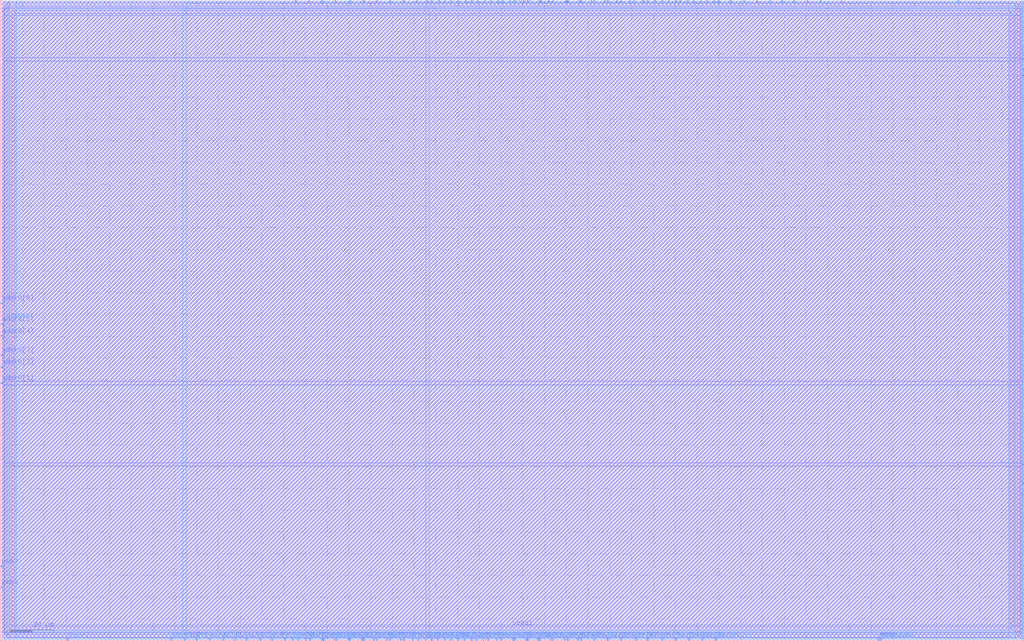
<source format=lef>
VERSION 5.4 ;
NAMESCASESENSITIVE ON ;
BUSBITCHARS "[]" ;
DIVIDERCHAR "/" ;
UNITS
  DATABASE MICRONS 2000 ;
END UNITS
MACRO sky130_sram_2rw_32x128_32
   CLASS BLOCK ;
   SIZE 470.26 BY 294.82 ;
   SYMMETRY X Y R90 ;
   PIN din0[0]
      DIRECTION INPUT ;
      PORT
         LAYER met4 ;
         RECT  84.32 0.0 84.7 1.06 ;
      END
   END din0[0]
   PIN din0[1]
      DIRECTION INPUT ;
      PORT
         LAYER met4 ;
         RECT  89.76 0.0 90.14 1.06 ;
      END
   END din0[1]
   PIN din0[2]
      DIRECTION INPUT ;
      PORT
         LAYER met4 ;
         RECT  95.88 0.0 96.26 1.06 ;
      END
   END din0[2]
   PIN din0[3]
      DIRECTION INPUT ;
      PORT
         LAYER met4 ;
         RECT  102.0 0.0 102.38 1.06 ;
      END
   END din0[3]
   PIN din0[4]
      DIRECTION INPUT ;
      PORT
         LAYER met4 ;
         RECT  107.44 0.0 107.82 1.06 ;
      END
   END din0[4]
   PIN din0[5]
      DIRECTION INPUT ;
      PORT
         LAYER met4 ;
         RECT  112.88 0.0 113.26 1.06 ;
      END
   END din0[5]
   PIN din0[6]
      DIRECTION INPUT ;
      PORT
         LAYER met4 ;
         RECT  119.0 0.0 119.38 1.06 ;
      END
   END din0[6]
   PIN din0[7]
      DIRECTION INPUT ;
      PORT
         LAYER met4 ;
         RECT  124.44 0.0 124.82 1.06 ;
      END
   END din0[7]
   PIN din0[8]
      DIRECTION INPUT ;
      PORT
         LAYER met4 ;
         RECT  130.56 0.0 130.94 1.06 ;
      END
   END din0[8]
   PIN din0[9]
      DIRECTION INPUT ;
      PORT
         LAYER met4 ;
         RECT  136.68 0.0 137.06 1.06 ;
      END
   END din0[9]
   PIN din0[10]
      DIRECTION INPUT ;
      PORT
         LAYER met4 ;
         RECT  142.12 0.0 142.5 1.06 ;
      END
   END din0[10]
   PIN din0[11]
      DIRECTION INPUT ;
      PORT
         LAYER met4 ;
         RECT  148.24 0.0 148.62 1.06 ;
      END
   END din0[11]
   PIN din0[12]
      DIRECTION INPUT ;
      PORT
         LAYER met4 ;
         RECT  153.68 0.0 154.06 1.06 ;
      END
   END din0[12]
   PIN din0[13]
      DIRECTION INPUT ;
      PORT
         LAYER met4 ;
         RECT  159.8 0.0 160.18 1.06 ;
      END
   END din0[13]
   PIN din0[14]
      DIRECTION INPUT ;
      PORT
         LAYER met4 ;
         RECT  165.92 0.0 166.3 1.06 ;
      END
   END din0[14]
   PIN din0[15]
      DIRECTION INPUT ;
      PORT
         LAYER met4 ;
         RECT  171.36 0.0 171.74 1.06 ;
      END
   END din0[15]
   PIN din0[16]
      DIRECTION INPUT ;
      PORT
         LAYER met4 ;
         RECT  177.48 0.0 177.86 1.06 ;
      END
   END din0[16]
   PIN din0[17]
      DIRECTION INPUT ;
      PORT
         LAYER met4 ;
         RECT  183.6 0.0 183.98 1.06 ;
      END
   END din0[17]
   PIN din0[18]
      DIRECTION INPUT ;
      PORT
         LAYER met4 ;
         RECT  189.04 0.0 189.42 1.06 ;
      END
   END din0[18]
   PIN din0[19]
      DIRECTION INPUT ;
      PORT
         LAYER met4 ;
         RECT  195.16 0.0 195.54 1.06 ;
      END
   END din0[19]
   PIN din0[20]
      DIRECTION INPUT ;
      PORT
         LAYER met4 ;
         RECT  200.6 0.0 200.98 1.06 ;
      END
   END din0[20]
   PIN din0[21]
      DIRECTION INPUT ;
      PORT
         LAYER met4 ;
         RECT  206.72 0.0 207.1 1.06 ;
      END
   END din0[21]
   PIN din0[22]
      DIRECTION INPUT ;
      PORT
         LAYER met4 ;
         RECT  212.84 0.0 213.22 1.06 ;
      END
   END din0[22]
   PIN din0[23]
      DIRECTION INPUT ;
      PORT
         LAYER met4 ;
         RECT  218.28 0.0 218.66 1.06 ;
      END
   END din0[23]
   PIN din0[24]
      DIRECTION INPUT ;
      PORT
         LAYER met4 ;
         RECT  223.72 0.0 224.1 1.06 ;
      END
   END din0[24]
   PIN din0[25]
      DIRECTION INPUT ;
      PORT
         LAYER met4 ;
         RECT  229.84 0.0 230.22 1.06 ;
      END
   END din0[25]
   PIN din0[26]
      DIRECTION INPUT ;
      PORT
         LAYER met4 ;
         RECT  235.96 0.0 236.34 1.06 ;
      END
   END din0[26]
   PIN din0[27]
      DIRECTION INPUT ;
      PORT
         LAYER met4 ;
         RECT  242.08 0.0 242.46 1.06 ;
      END
   END din0[27]
   PIN din0[28]
      DIRECTION INPUT ;
      PORT
         LAYER met4 ;
         RECT  247.52 0.0 247.9 1.06 ;
      END
   END din0[28]
   PIN din0[29]
      DIRECTION INPUT ;
      PORT
         LAYER met4 ;
         RECT  252.96 0.0 253.34 1.06 ;
      END
   END din0[29]
   PIN din0[30]
      DIRECTION INPUT ;
      PORT
         LAYER met4 ;
         RECT  259.08 0.0 259.46 1.06 ;
      END
   END din0[30]
   PIN din0[31]
      DIRECTION INPUT ;
      PORT
         LAYER met4 ;
         RECT  265.2 0.0 265.58 1.06 ;
      END
   END din0[31]
   PIN din1[0]
      DIRECTION INPUT ;
      PORT
         LAYER met4 ;
         RECT  195.84 293.76 196.22 294.82 ;
      END
   END din1[0]
   PIN din1[1]
      DIRECTION INPUT ;
      PORT
         LAYER met4 ;
         RECT  201.28 293.76 201.66 294.82 ;
      END
   END din1[1]
   PIN din1[2]
      DIRECTION INPUT ;
      PORT
         LAYER met4 ;
         RECT  206.72 293.76 207.1 294.82 ;
      END
   END din1[2]
   PIN din1[3]
      DIRECTION INPUT ;
      PORT
         LAYER met4 ;
         RECT  213.52 293.76 213.9 294.82 ;
      END
   END din1[3]
   PIN din1[4]
      DIRECTION INPUT ;
      PORT
         LAYER met4 ;
         RECT  218.96 293.76 219.34 294.82 ;
      END
   END din1[4]
   PIN din1[5]
      DIRECTION INPUT ;
      PORT
         LAYER met4 ;
         RECT  225.08 293.76 225.46 294.82 ;
      END
   END din1[5]
   PIN din1[6]
      DIRECTION INPUT ;
      PORT
         LAYER met4 ;
         RECT  230.52 293.76 230.9 294.82 ;
      END
   END din1[6]
   PIN din1[7]
      DIRECTION INPUT ;
      PORT
         LAYER met4 ;
         RECT  235.96 293.76 236.34 294.82 ;
      END
   END din1[7]
   PIN din1[8]
      DIRECTION INPUT ;
      PORT
         LAYER met4 ;
         RECT  242.08 293.76 242.46 294.82 ;
      END
   END din1[8]
   PIN din1[9]
      DIRECTION INPUT ;
      PORT
         LAYER met4 ;
         RECT  248.2 293.76 248.58 294.82 ;
      END
   END din1[9]
   PIN din1[10]
      DIRECTION INPUT ;
      PORT
         LAYER met4 ;
         RECT  253.64 293.76 254.02 294.82 ;
      END
   END din1[10]
   PIN din1[11]
      DIRECTION INPUT ;
      PORT
         LAYER met4 ;
         RECT  259.76 293.76 260.14 294.82 ;
      END
   END din1[11]
   PIN din1[12]
      DIRECTION INPUT ;
      PORT
         LAYER met4 ;
         RECT  265.88 293.76 266.26 294.82 ;
      END
   END din1[12]
   PIN din1[13]
      DIRECTION INPUT ;
      PORT
         LAYER met4 ;
         RECT  271.32 293.76 271.7 294.82 ;
      END
   END din1[13]
   PIN din1[14]
      DIRECTION INPUT ;
      PORT
         LAYER met4 ;
         RECT  277.44 293.76 277.82 294.82 ;
      END
   END din1[14]
   PIN din1[15]
      DIRECTION INPUT ;
      PORT
         LAYER met4 ;
         RECT  282.88 293.76 283.26 294.82 ;
      END
   END din1[15]
   PIN din1[16]
      DIRECTION INPUT ;
      PORT
         LAYER met4 ;
         RECT  289.0 293.76 289.38 294.82 ;
      END
   END din1[16]
   PIN din1[17]
      DIRECTION INPUT ;
      PORT
         LAYER met4 ;
         RECT  295.12 293.76 295.5 294.82 ;
      END
   END din1[17]
   PIN din1[18]
      DIRECTION INPUT ;
      PORT
         LAYER met4 ;
         RECT  300.56 293.76 300.94 294.82 ;
      END
   END din1[18]
   PIN din1[19]
      DIRECTION INPUT ;
      PORT
         LAYER met4 ;
         RECT  306.68 293.76 307.06 294.82 ;
      END
   END din1[19]
   PIN din1[20]
      DIRECTION INPUT ;
      PORT
         LAYER met4 ;
         RECT  312.12 293.76 312.5 294.82 ;
      END
   END din1[20]
   PIN din1[21]
      DIRECTION INPUT ;
      PORT
         LAYER met4 ;
         RECT  318.24 293.76 318.62 294.82 ;
      END
   END din1[21]
   PIN din1[22]
      DIRECTION INPUT ;
      PORT
         LAYER met4 ;
         RECT  324.36 293.76 324.74 294.82 ;
      END
   END din1[22]
   PIN din1[23]
      DIRECTION INPUT ;
      PORT
         LAYER met4 ;
         RECT  329.8 293.76 330.18 294.82 ;
      END
   END din1[23]
   PIN din1[24]
      DIRECTION INPUT ;
      PORT
         LAYER met4 ;
         RECT  335.24 293.76 335.62 294.82 ;
      END
   END din1[24]
   PIN din1[25]
      DIRECTION INPUT ;
      PORT
         LAYER met4 ;
         RECT  341.36 293.76 341.74 294.82 ;
      END
   END din1[25]
   PIN din1[26]
      DIRECTION INPUT ;
      PORT
         LAYER met4 ;
         RECT  347.48 293.76 347.86 294.82 ;
      END
   END din1[26]
   PIN din1[27]
      DIRECTION INPUT ;
      PORT
         LAYER met4 ;
         RECT  353.6 293.76 353.98 294.82 ;
      END
   END din1[27]
   PIN din1[28]
      DIRECTION INPUT ;
      PORT
         LAYER met4 ;
         RECT  359.04 293.76 359.42 294.82 ;
      END
   END din1[28]
   PIN din1[29]
      DIRECTION INPUT ;
      PORT
         LAYER met4 ;
         RECT  364.48 293.76 364.86 294.82 ;
      END
   END din1[29]
   PIN din1[30]
      DIRECTION INPUT ;
      PORT
         LAYER met4 ;
         RECT  370.6 293.76 370.98 294.82 ;
      END
   END din1[30]
   PIN din1[31]
      DIRECTION INPUT ;
      PORT
         LAYER met4 ;
         RECT  376.72 293.76 377.1 294.82 ;
      END
   END din1[31]
   PIN addr0[0]
      DIRECTION INPUT ;
      PORT
         LAYER met4 ;
         RECT  78.2 0.0 78.58 1.06 ;
      END
   END addr0[0]
   PIN addr0[1]
      DIRECTION INPUT ;
      PORT
         LAYER met3 ;
         RECT  0.0 118.32 1.06 118.7 ;
      END
   END addr0[1]
   PIN addr0[2]
      DIRECTION INPUT ;
      PORT
         LAYER met3 ;
         RECT  0.0 125.8 1.06 126.18 ;
      END
   END addr0[2]
   PIN addr0[3]
      DIRECTION INPUT ;
      PORT
         LAYER met3 ;
         RECT  0.0 131.24 1.06 131.62 ;
      END
   END addr0[3]
   PIN addr0[4]
      DIRECTION INPUT ;
      PORT
         LAYER met3 ;
         RECT  0.0 140.08 1.06 140.46 ;
      END
   END addr0[4]
   PIN addr0[5]
      DIRECTION INPUT ;
      PORT
         LAYER met3 ;
         RECT  0.0 145.52 1.06 145.9 ;
      END
   END addr0[5]
   PIN addr0[6]
      DIRECTION INPUT ;
      PORT
         LAYER met3 ;
         RECT  0.0 155.04 1.06 155.42 ;
      END
   END addr0[6]
   PIN addr1[0]
      DIRECTION INPUT ;
      PORT
         LAYER met4 ;
         RECT  386.24 293.76 386.62 294.82 ;
      END
   END addr1[0]
   PIN addr1[1]
      DIRECTION INPUT ;
      PORT
         LAYER met3 ;
         RECT  469.2 80.92 470.26 81.3 ;
      END
   END addr1[1]
   PIN addr1[2]
      DIRECTION INPUT ;
      PORT
         LAYER met3 ;
         RECT  469.2 72.08 470.26 72.46 ;
      END
   END addr1[2]
   PIN addr1[3]
      DIRECTION INPUT ;
      PORT
         LAYER met3 ;
         RECT  469.2 66.64 470.26 67.02 ;
      END
   END addr1[3]
   PIN addr1[4]
      DIRECTION INPUT ;
      PORT
         LAYER met4 ;
         RECT  404.6 0.0 404.98 1.06 ;
      END
   END addr1[4]
   PIN addr1[5]
      DIRECTION INPUT ;
      PORT
         LAYER met4 ;
         RECT  403.92 0.0 404.3 1.06 ;
      END
   END addr1[5]
   PIN addr1[6]
      DIRECTION INPUT ;
      PORT
         LAYER met4 ;
         RECT  403.24 0.0 403.62 1.06 ;
      END
   END addr1[6]
   PIN csb0
      DIRECTION INPUT ;
      PORT
         LAYER met3 ;
         RECT  0.0 24.48 1.06 24.86 ;
      END
   END csb0
   PIN csb1
      DIRECTION INPUT ;
      PORT
         LAYER met3 ;
         RECT  469.2 267.24 470.26 267.62 ;
      END
   END csb1
   PIN web0
      DIRECTION INPUT ;
      PORT
         LAYER met3 ;
         RECT  0.0 34.0 1.06 34.38 ;
      END
   END web0
   PIN web1
      DIRECTION INPUT ;
      PORT
         LAYER met3 ;
         RECT  469.2 259.76 470.26 260.14 ;
      END
   END web1
   PIN clk0
      DIRECTION INPUT ;
      PORT
         LAYER met4 ;
         RECT  30.6 0.0 30.98 1.06 ;
      END
   END clk0
   PIN clk1
      DIRECTION INPUT ;
      PORT
         LAYER met4 ;
         RECT  439.96 293.76 440.34 294.82 ;
      END
   END clk1
   PIN dout0[0]
      DIRECTION OUTPUT ;
      PORT
         LAYER met4 ;
         RECT  133.96 0.0 134.34 1.06 ;
      END
   END dout0[0]
   PIN dout0[1]
      DIRECTION OUTPUT ;
      PORT
         LAYER met4 ;
         RECT  140.08 0.0 140.46 1.06 ;
      END
   END dout0[1]
   PIN dout0[2]
      DIRECTION OUTPUT ;
      PORT
         LAYER met4 ;
         RECT  147.56 0.0 147.94 1.06 ;
      END
   END dout0[2]
   PIN dout0[3]
      DIRECTION OUTPUT ;
      PORT
         LAYER met4 ;
         RECT  154.36 0.0 154.74 1.06 ;
      END
   END dout0[3]
   PIN dout0[4]
      DIRECTION OUTPUT ;
      PORT
         LAYER met4 ;
         RECT  160.48 0.0 160.86 1.06 ;
      END
   END dout0[4]
   PIN dout0[5]
      DIRECTION OUTPUT ;
      PORT
         LAYER met4 ;
         RECT  166.6 0.0 166.98 1.06 ;
      END
   END dout0[5]
   PIN dout0[6]
      DIRECTION OUTPUT ;
      PORT
         LAYER met4 ;
         RECT  172.72 0.0 173.1 1.06 ;
      END
   END dout0[6]
   PIN dout0[7]
      DIRECTION OUTPUT ;
      PORT
         LAYER met4 ;
         RECT  178.84 0.0 179.22 1.06 ;
      END
   END dout0[7]
   PIN dout0[8]
      DIRECTION OUTPUT ;
      PORT
         LAYER met4 ;
         RECT  184.96 0.0 185.34 1.06 ;
      END
   END dout0[8]
   PIN dout0[9]
      DIRECTION OUTPUT ;
      PORT
         LAYER met4 ;
         RECT  191.76 0.0 192.14 1.06 ;
      END
   END dout0[9]
   PIN dout0[10]
      DIRECTION OUTPUT ;
      PORT
         LAYER met4 ;
         RECT  197.88 0.0 198.26 1.06 ;
      END
   END dout0[10]
   PIN dout0[11]
      DIRECTION OUTPUT ;
      PORT
         LAYER met4 ;
         RECT  204.0 0.0 204.38 1.06 ;
      END
   END dout0[11]
   PIN dout0[12]
      DIRECTION OUTPUT ;
      PORT
         LAYER met4 ;
         RECT  210.12 0.0 210.5 1.06 ;
      END
   END dout0[12]
   PIN dout0[13]
      DIRECTION OUTPUT ;
      PORT
         LAYER met4 ;
         RECT  216.24 0.0 216.62 1.06 ;
      END
   END dout0[13]
   PIN dout0[14]
      DIRECTION OUTPUT ;
      PORT
         LAYER met4 ;
         RECT  221.68 0.0 222.06 1.06 ;
      END
   END dout0[14]
   PIN dout0[15]
      DIRECTION OUTPUT ;
      PORT
         LAYER met4 ;
         RECT  227.8 0.0 228.18 1.06 ;
      END
   END dout0[15]
   PIN dout0[16]
      DIRECTION OUTPUT ;
      PORT
         LAYER met4 ;
         RECT  235.28 0.0 235.66 1.06 ;
      END
   END dout0[16]
   PIN dout0[17]
      DIRECTION OUTPUT ;
      PORT
         LAYER met4 ;
         RECT  241.4 0.0 241.78 1.06 ;
      END
   END dout0[17]
   PIN dout0[18]
      DIRECTION OUTPUT ;
      PORT
         LAYER met4 ;
         RECT  246.84 0.0 247.22 1.06 ;
      END
   END dout0[18]
   PIN dout0[19]
      DIRECTION OUTPUT ;
      PORT
         LAYER met4 ;
         RECT  253.64 0.0 254.02 1.06 ;
      END
   END dout0[19]
   PIN dout0[20]
      DIRECTION OUTPUT ;
      PORT
         LAYER met4 ;
         RECT  260.44 0.0 260.82 1.06 ;
      END
   END dout0[20]
   PIN dout0[21]
      DIRECTION OUTPUT ;
      PORT
         LAYER met4 ;
         RECT  266.56 0.0 266.94 1.06 ;
      END
   END dout0[21]
   PIN dout0[22]
      DIRECTION OUTPUT ;
      PORT
         LAYER met4 ;
         RECT  272.68 0.0 273.06 1.06 ;
      END
   END dout0[22]
   PIN dout0[23]
      DIRECTION OUTPUT ;
      PORT
         LAYER met4 ;
         RECT  278.8 0.0 279.18 1.06 ;
      END
   END dout0[23]
   PIN dout0[24]
      DIRECTION OUTPUT ;
      PORT
         LAYER met4 ;
         RECT  284.92 0.0 285.3 1.06 ;
      END
   END dout0[24]
   PIN dout0[25]
      DIRECTION OUTPUT ;
      PORT
         LAYER met4 ;
         RECT  291.72 0.0 292.1 1.06 ;
      END
   END dout0[25]
   PIN dout0[26]
      DIRECTION OUTPUT ;
      PORT
         LAYER met4 ;
         RECT  297.16 0.0 297.54 1.06 ;
      END
   END dout0[26]
   PIN dout0[27]
      DIRECTION OUTPUT ;
      PORT
         LAYER met4 ;
         RECT  303.96 0.0 304.34 1.06 ;
      END
   END dout0[27]
   PIN dout0[28]
      DIRECTION OUTPUT ;
      PORT
         LAYER met4 ;
         RECT  310.08 0.0 310.46 1.06 ;
      END
   END dout0[28]
   PIN dout0[29]
      DIRECTION OUTPUT ;
      PORT
         LAYER met4 ;
         RECT  316.2 0.0 316.58 1.06 ;
      END
   END dout0[29]
   PIN dout0[30]
      DIRECTION OUTPUT ;
      PORT
         LAYER met4 ;
         RECT  322.32 0.0 322.7 1.06 ;
      END
   END dout0[30]
   PIN dout0[31]
      DIRECTION OUTPUT ;
      PORT
         LAYER met4 ;
         RECT  328.44 0.0 328.82 1.06 ;
      END
   END dout0[31]
   PIN dout1[0]
      DIRECTION OUTPUT ;
      PORT
         LAYER met4 ;
         RECT  135.32 293.76 135.7 294.82 ;
      END
   END dout1[0]
   PIN dout1[1]
      DIRECTION OUTPUT ;
      PORT
         LAYER met4 ;
         RECT  141.44 293.76 141.82 294.82 ;
      END
   END dout1[1]
   PIN dout1[2]
      DIRECTION OUTPUT ;
      PORT
         LAYER met4 ;
         RECT  147.56 293.76 147.94 294.82 ;
      END
   END dout1[2]
   PIN dout1[3]
      DIRECTION OUTPUT ;
      PORT
         LAYER met4 ;
         RECT  153.68 293.76 154.06 294.82 ;
      END
   END dout1[3]
   PIN dout1[4]
      DIRECTION OUTPUT ;
      PORT
         LAYER met4 ;
         RECT  160.48 293.76 160.86 294.82 ;
      END
   END dout1[4]
   PIN dout1[5]
      DIRECTION OUTPUT ;
      PORT
         LAYER met4 ;
         RECT  166.6 293.76 166.98 294.82 ;
      END
   END dout1[5]
   PIN dout1[6]
      DIRECTION OUTPUT ;
      PORT
         LAYER met4 ;
         RECT  172.72 293.76 173.1 294.82 ;
      END
   END dout1[6]
   PIN dout1[7]
      DIRECTION OUTPUT ;
      PORT
         LAYER met4 ;
         RECT  178.84 293.76 179.22 294.82 ;
      END
   END dout1[7]
   PIN dout1[8]
      DIRECTION OUTPUT ;
      PORT
         LAYER met4 ;
         RECT  184.96 293.76 185.34 294.82 ;
      END
   END dout1[8]
   PIN dout1[9]
      DIRECTION OUTPUT ;
      PORT
         LAYER met4 ;
         RECT  191.08 293.76 191.46 294.82 ;
      END
   END dout1[9]
   PIN dout1[10]
      DIRECTION OUTPUT ;
      PORT
         LAYER met4 ;
         RECT  197.88 293.76 198.26 294.82 ;
      END
   END dout1[10]
   PIN dout1[11]
      DIRECTION OUTPUT ;
      PORT
         LAYER met4 ;
         RECT  204.0 293.76 204.38 294.82 ;
      END
   END dout1[11]
   PIN dout1[12]
      DIRECTION OUTPUT ;
      PORT
         LAYER met4 ;
         RECT  210.12 293.76 210.5 294.82 ;
      END
   END dout1[12]
   PIN dout1[13]
      DIRECTION OUTPUT ;
      PORT
         LAYER met4 ;
         RECT  216.24 293.76 216.62 294.82 ;
      END
   END dout1[13]
   PIN dout1[14]
      DIRECTION OUTPUT ;
      PORT
         LAYER met4 ;
         RECT  222.36 293.76 222.74 294.82 ;
      END
   END dout1[14]
   PIN dout1[15]
      DIRECTION OUTPUT ;
      PORT
         LAYER met4 ;
         RECT  228.48 293.76 228.86 294.82 ;
      END
   END dout1[15]
   PIN dout1[16]
      DIRECTION OUTPUT ;
      PORT
         LAYER met4 ;
         RECT  233.92 293.76 234.3 294.82 ;
      END
   END dout1[16]
   PIN dout1[17]
      DIRECTION OUTPUT ;
      PORT
         LAYER met4 ;
         RECT  240.04 293.76 240.42 294.82 ;
      END
   END dout1[17]
   PIN dout1[18]
      DIRECTION OUTPUT ;
      PORT
         LAYER met4 ;
         RECT  247.52 293.76 247.9 294.82 ;
      END
   END dout1[18]
   PIN dout1[19]
      DIRECTION OUTPUT ;
      PORT
         LAYER met4 ;
         RECT  251.6 293.76 251.98 294.82 ;
      END
   END dout1[19]
   PIN dout1[20]
      DIRECTION OUTPUT ;
      PORT
         LAYER met4 ;
         RECT  260.44 293.76 260.82 294.82 ;
      END
   END dout1[20]
   PIN dout1[21]
      DIRECTION OUTPUT ;
      PORT
         LAYER met4 ;
         RECT  266.56 293.76 266.94 294.82 ;
      END
   END dout1[21]
   PIN dout1[22]
      DIRECTION OUTPUT ;
      PORT
         LAYER met4 ;
         RECT  272.68 293.76 273.06 294.82 ;
      END
   END dout1[22]
   PIN dout1[23]
      DIRECTION OUTPUT ;
      PORT
         LAYER met4 ;
         RECT  278.8 293.76 279.18 294.82 ;
      END
   END dout1[23]
   PIN dout1[24]
      DIRECTION OUTPUT ;
      PORT
         LAYER met4 ;
         RECT  284.92 293.76 285.3 294.82 ;
      END
   END dout1[24]
   PIN dout1[25]
      DIRECTION OUTPUT ;
      PORT
         LAYER met4 ;
         RECT  291.04 293.76 291.42 294.82 ;
      END
   END dout1[25]
   PIN dout1[26]
      DIRECTION OUTPUT ;
      PORT
         LAYER met4 ;
         RECT  297.16 293.76 297.54 294.82 ;
      END
   END dout1[26]
   PIN dout1[27]
      DIRECTION OUTPUT ;
      PORT
         LAYER met4 ;
         RECT  303.96 293.76 304.34 294.82 ;
      END
   END dout1[27]
   PIN dout1[28]
      DIRECTION OUTPUT ;
      PORT
         LAYER met4 ;
         RECT  310.08 293.76 310.46 294.82 ;
      END
   END dout1[28]
   PIN dout1[29]
      DIRECTION OUTPUT ;
      PORT
         LAYER met4 ;
         RECT  315.52 293.76 315.9 294.82 ;
      END
   END dout1[29]
   PIN dout1[30]
      DIRECTION OUTPUT ;
      PORT
         LAYER met4 ;
         RECT  321.64 293.76 322.02 294.82 ;
      END
   END dout1[30]
   PIN dout1[31]
      DIRECTION OUTPUT ;
      PORT
         LAYER met4 ;
         RECT  327.76 293.76 328.14 294.82 ;
      END
   END dout1[31]
   PIN vccd1
      DIRECTION INOUT ;
      USE POWER ; 
      SHAPE ABUTMENT ; 
      PORT
         LAYER met4 ;
         RECT  463.76 4.76 465.5 290.06 ;
         LAYER met3 ;
         RECT  4.76 288.32 465.5 290.06 ;
         LAYER met3 ;
         RECT  4.76 4.76 465.5 6.5 ;
         LAYER met4 ;
         RECT  4.76 4.76 6.5 290.06 ;
      END
   END vccd1
   PIN vssd1
      DIRECTION INOUT ;
      USE GROUND ; 
      SHAPE ABUTMENT ; 
      PORT
         LAYER met4 ;
         RECT  467.16 1.36 468.9 293.46 ;
         LAYER met3 ;
         RECT  1.36 1.36 468.9 3.1 ;
         LAYER met3 ;
         RECT  1.36 291.72 468.9 293.46 ;
         LAYER met4 ;
         RECT  1.36 1.36 3.1 293.46 ;
      END
   END vssd1
   OBS
   LAYER  met1 ;
      RECT  0.62 0.62 469.64 294.2 ;
   LAYER  met2 ;
      RECT  0.62 0.62 469.64 294.2 ;
   LAYER  met3 ;
      RECT  1.66 117.72 469.64 119.3 ;
      RECT  0.62 119.3 1.66 125.2 ;
      RECT  0.62 126.78 1.66 130.64 ;
      RECT  0.62 132.22 1.66 139.48 ;
      RECT  0.62 141.06 1.66 144.92 ;
      RECT  0.62 146.5 1.66 154.44 ;
      RECT  1.66 80.32 468.6 81.9 ;
      RECT  1.66 81.9 468.6 117.72 ;
      RECT  468.6 81.9 469.64 117.72 ;
      RECT  468.6 73.06 469.64 80.32 ;
      RECT  468.6 67.62 469.64 71.48 ;
      RECT  1.66 119.3 468.6 266.64 ;
      RECT  1.66 266.64 468.6 268.22 ;
      RECT  0.62 25.46 1.66 33.4 ;
      RECT  0.62 34.98 1.66 117.72 ;
      RECT  468.6 119.3 469.64 259.16 ;
      RECT  468.6 260.74 469.64 266.64 ;
      RECT  1.66 268.22 4.16 287.72 ;
      RECT  1.66 287.72 4.16 290.66 ;
      RECT  4.16 268.22 466.1 287.72 ;
      RECT  466.1 268.22 468.6 287.72 ;
      RECT  466.1 287.72 468.6 290.66 ;
      RECT  1.66 4.16 4.16 7.1 ;
      RECT  1.66 7.1 4.16 80.32 ;
      RECT  4.16 7.1 466.1 80.32 ;
      RECT  466.1 4.16 468.6 7.1 ;
      RECT  466.1 7.1 468.6 80.32 ;
      RECT  468.6 0.62 469.5 0.76 ;
      RECT  468.6 3.7 469.5 66.04 ;
      RECT  469.5 0.62 469.64 0.76 ;
      RECT  469.5 0.76 469.64 3.7 ;
      RECT  469.5 3.7 469.64 66.04 ;
      RECT  0.62 0.62 0.76 0.76 ;
      RECT  0.62 0.76 0.76 3.7 ;
      RECT  0.62 3.7 0.76 23.88 ;
      RECT  0.76 0.62 1.66 0.76 ;
      RECT  0.76 3.7 1.66 23.88 ;
      RECT  1.66 0.62 4.16 0.76 ;
      RECT  1.66 3.7 4.16 4.16 ;
      RECT  4.16 0.62 466.1 0.76 ;
      RECT  4.16 3.7 466.1 4.16 ;
      RECT  466.1 0.62 468.6 0.76 ;
      RECT  466.1 3.7 468.6 4.16 ;
      RECT  0.62 156.02 0.76 291.12 ;
      RECT  0.62 291.12 0.76 294.06 ;
      RECT  0.62 294.06 0.76 294.2 ;
      RECT  0.76 156.02 1.66 291.12 ;
      RECT  0.76 294.06 1.66 294.2 ;
      RECT  468.6 268.22 469.5 291.12 ;
      RECT  468.6 294.06 469.5 294.2 ;
      RECT  469.5 268.22 469.64 291.12 ;
      RECT  469.5 291.12 469.64 294.06 ;
      RECT  469.5 294.06 469.64 294.2 ;
      RECT  1.66 290.66 4.16 291.12 ;
      RECT  1.66 294.06 4.16 294.2 ;
      RECT  4.16 290.66 466.1 291.12 ;
      RECT  4.16 294.06 466.1 294.2 ;
      RECT  466.1 290.66 468.6 291.12 ;
      RECT  466.1 294.06 468.6 294.2 ;
   LAYER  met4 ;
      RECT  83.72 1.66 85.3 294.2 ;
      RECT  85.3 0.62 89.16 1.66 ;
      RECT  90.74 0.62 95.28 1.66 ;
      RECT  96.86 0.62 101.4 1.66 ;
      RECT  102.98 0.62 106.84 1.66 ;
      RECT  108.42 0.62 112.28 1.66 ;
      RECT  113.86 0.62 118.4 1.66 ;
      RECT  119.98 0.62 123.84 1.66 ;
      RECT  125.42 0.62 129.96 1.66 ;
      RECT  149.22 0.62 153.08 1.66 ;
      RECT  248.5 0.62 252.36 1.66 ;
      RECT  85.3 1.66 195.24 293.16 ;
      RECT  195.24 1.66 196.82 293.16 ;
      RECT  254.62 293.16 259.16 294.2 ;
      RECT  330.78 293.16 334.64 294.2 ;
      RECT  336.22 293.16 340.76 294.2 ;
      RECT  342.34 293.16 346.88 294.2 ;
      RECT  348.46 293.16 353.0 294.2 ;
      RECT  354.58 293.16 358.44 294.2 ;
      RECT  360.02 293.16 363.88 294.2 ;
      RECT  365.46 293.16 370.0 294.2 ;
      RECT  371.58 293.16 376.12 294.2 ;
      RECT  79.18 0.62 83.72 1.66 ;
      RECT  377.7 293.16 385.64 294.2 ;
      RECT  31.58 0.62 77.6 1.66 ;
      RECT  387.22 293.16 439.36 294.2 ;
      RECT  131.54 0.62 133.36 1.66 ;
      RECT  134.94 0.62 136.08 1.66 ;
      RECT  137.66 0.62 139.48 1.66 ;
      RECT  141.06 0.62 141.52 1.66 ;
      RECT  143.1 0.62 146.96 1.66 ;
      RECT  155.34 0.62 159.2 1.66 ;
      RECT  161.46 0.62 165.32 1.66 ;
      RECT  167.58 0.62 170.76 1.66 ;
      RECT  173.7 0.62 176.88 1.66 ;
      RECT  179.82 0.62 183.0 1.66 ;
      RECT  185.94 0.62 188.44 1.66 ;
      RECT  190.02 0.62 191.16 1.66 ;
      RECT  192.74 0.62 194.56 1.66 ;
      RECT  196.14 0.62 197.28 1.66 ;
      RECT  198.86 0.62 200.0 1.66 ;
      RECT  201.58 0.62 203.4 1.66 ;
      RECT  204.98 0.62 206.12 1.66 ;
      RECT  207.7 0.62 209.52 1.66 ;
      RECT  211.1 0.62 212.24 1.66 ;
      RECT  213.82 0.62 215.64 1.66 ;
      RECT  217.22 0.62 217.68 1.66 ;
      RECT  219.26 0.62 221.08 1.66 ;
      RECT  222.66 0.62 223.12 1.66 ;
      RECT  224.7 0.62 227.2 1.66 ;
      RECT  228.78 0.62 229.24 1.66 ;
      RECT  230.82 0.62 234.68 1.66 ;
      RECT  236.94 0.62 240.8 1.66 ;
      RECT  243.06 0.62 246.24 1.66 ;
      RECT  254.62 0.62 258.48 1.66 ;
      RECT  261.42 0.62 264.6 1.66 ;
      RECT  267.54 0.62 272.08 1.66 ;
      RECT  273.66 0.62 278.2 1.66 ;
      RECT  279.78 0.62 284.32 1.66 ;
      RECT  285.9 0.62 291.12 1.66 ;
      RECT  292.7 0.62 296.56 1.66 ;
      RECT  298.14 0.62 303.36 1.66 ;
      RECT  304.94 0.62 309.48 1.66 ;
      RECT  311.06 0.62 315.6 1.66 ;
      RECT  317.18 0.62 321.72 1.66 ;
      RECT  323.3 0.62 327.84 1.66 ;
      RECT  329.42 0.62 402.64 1.66 ;
      RECT  85.3 293.16 134.72 294.2 ;
      RECT  136.3 293.16 140.84 294.2 ;
      RECT  142.42 293.16 146.96 294.2 ;
      RECT  148.54 293.16 153.08 294.2 ;
      RECT  154.66 293.16 159.88 294.2 ;
      RECT  161.46 293.16 166.0 294.2 ;
      RECT  167.58 293.16 172.12 294.2 ;
      RECT  173.7 293.16 178.24 294.2 ;
      RECT  179.82 293.16 184.36 294.2 ;
      RECT  185.94 293.16 190.48 294.2 ;
      RECT  192.06 293.16 195.24 294.2 ;
      RECT  196.82 293.16 197.28 294.2 ;
      RECT  198.86 293.16 200.68 294.2 ;
      RECT  202.26 293.16 203.4 294.2 ;
      RECT  204.98 293.16 206.12 294.2 ;
      RECT  207.7 293.16 209.52 294.2 ;
      RECT  211.1 293.16 212.92 294.2 ;
      RECT  214.5 293.16 215.64 294.2 ;
      RECT  217.22 293.16 218.36 294.2 ;
      RECT  219.94 293.16 221.76 294.2 ;
      RECT  223.34 293.16 224.48 294.2 ;
      RECT  226.06 293.16 227.88 294.2 ;
      RECT  229.46 293.16 229.92 294.2 ;
      RECT  231.5 293.16 233.32 294.2 ;
      RECT  234.9 293.16 235.36 294.2 ;
      RECT  236.94 293.16 239.44 294.2 ;
      RECT  241.02 293.16 241.48 294.2 ;
      RECT  243.06 293.16 246.92 294.2 ;
      RECT  249.18 293.16 251.0 294.2 ;
      RECT  252.58 293.16 253.04 294.2 ;
      RECT  261.42 293.16 265.28 294.2 ;
      RECT  267.54 293.16 270.72 294.2 ;
      RECT  273.66 293.16 276.84 294.2 ;
      RECT  279.78 293.16 282.28 294.2 ;
      RECT  283.86 293.16 284.32 294.2 ;
      RECT  285.9 293.16 288.4 294.2 ;
      RECT  289.98 293.16 290.44 294.2 ;
      RECT  292.02 293.16 294.52 294.2 ;
      RECT  296.1 293.16 296.56 294.2 ;
      RECT  298.14 293.16 299.96 294.2 ;
      RECT  301.54 293.16 303.36 294.2 ;
      RECT  304.94 293.16 306.08 294.2 ;
      RECT  307.66 293.16 309.48 294.2 ;
      RECT  311.06 293.16 311.52 294.2 ;
      RECT  313.1 293.16 314.92 294.2 ;
      RECT  316.5 293.16 317.64 294.2 ;
      RECT  319.22 293.16 321.04 294.2 ;
      RECT  322.62 293.16 323.76 294.2 ;
      RECT  325.34 293.16 327.16 294.2 ;
      RECT  328.74 293.16 329.2 294.2 ;
      RECT  196.82 1.66 463.16 4.16 ;
      RECT  196.82 4.16 463.16 290.66 ;
      RECT  196.82 290.66 463.16 293.16 ;
      RECT  463.16 1.66 466.1 4.16 ;
      RECT  463.16 290.66 466.1 293.16 ;
      RECT  4.16 1.66 7.1 4.16 ;
      RECT  4.16 290.66 7.1 294.2 ;
      RECT  7.1 1.66 83.72 4.16 ;
      RECT  7.1 4.16 83.72 290.66 ;
      RECT  7.1 290.66 83.72 294.2 ;
      RECT  405.58 0.62 466.56 0.76 ;
      RECT  405.58 0.76 466.56 1.66 ;
      RECT  466.56 0.62 469.5 0.76 ;
      RECT  469.5 0.62 469.64 0.76 ;
      RECT  469.5 0.76 469.64 1.66 ;
      RECT  440.94 293.16 466.56 294.06 ;
      RECT  440.94 294.06 466.56 294.2 ;
      RECT  466.56 294.06 469.5 294.2 ;
      RECT  469.5 293.16 469.64 294.06 ;
      RECT  469.5 294.06 469.64 294.2 ;
      RECT  466.1 1.66 466.56 4.16 ;
      RECT  469.5 1.66 469.64 4.16 ;
      RECT  466.1 4.16 466.56 290.66 ;
      RECT  469.5 4.16 469.64 290.66 ;
      RECT  466.1 290.66 466.56 293.16 ;
      RECT  469.5 290.66 469.64 293.16 ;
      RECT  0.62 0.62 0.76 0.76 ;
      RECT  0.62 0.76 0.76 1.66 ;
      RECT  0.76 0.62 3.7 0.76 ;
      RECT  3.7 0.62 30.0 0.76 ;
      RECT  3.7 0.76 30.0 1.66 ;
      RECT  0.62 1.66 0.76 4.16 ;
      RECT  3.7 1.66 4.16 4.16 ;
      RECT  0.62 4.16 0.76 290.66 ;
      RECT  3.7 4.16 4.16 290.66 ;
      RECT  0.62 290.66 0.76 294.06 ;
      RECT  0.62 294.06 0.76 294.2 ;
      RECT  0.76 294.06 3.7 294.2 ;
      RECT  3.7 290.66 4.16 294.06 ;
      RECT  3.7 294.06 4.16 294.2 ;
   END
END    sky130_sram_2rw_32x128_32
END    LIBRARY

</source>
